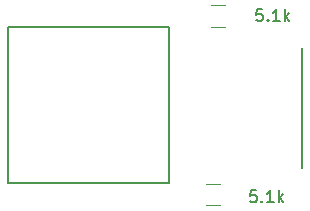
<source format=gbr>
G04 #@! TF.GenerationSoftware,KiCad,Pcbnew,5.0.2+dfsg1-1~bpo9+1*
G04 #@! TF.CreationDate,2019-09-16T10:21:19+01:00*
G04 #@! TF.ProjectId,usb_c_usb_a,7573625f-635f-4757-9362-5f612e6b6963,rev?*
G04 #@! TF.SameCoordinates,Original*
G04 #@! TF.FileFunction,Legend,Top*
G04 #@! TF.FilePolarity,Positive*
%FSLAX46Y46*%
G04 Gerber Fmt 4.6, Leading zero omitted, Abs format (unit mm)*
G04 Created by KiCad (PCBNEW 5.0.2+dfsg1-1~bpo9+1) date Mon 16 Sep 2019 10:21:19 BST*
%MOMM*%
%LPD*%
G01*
G04 APERTURE LIST*
%ADD10C,0.150000*%
%ADD11C,0.120000*%
G04 APERTURE END LIST*
D10*
G04 #@! TO.C,U1*
X175221900Y-56019700D02*
X175221900Y-66179700D01*
G04 #@! TO.C,J1*
X163963421Y-54298340D02*
X150379501Y-54298340D01*
X163963421Y-67506340D02*
X150379501Y-67506340D01*
X163963421Y-67506340D02*
X163963421Y-54298340D01*
X150379501Y-67506340D02*
X150379501Y-54298340D01*
D11*
G04 #@! TO.C,5.1k*
X167544336Y-52442700D02*
X168748464Y-52442700D01*
X167544336Y-54262700D02*
X168748464Y-54262700D01*
X167112536Y-69363000D02*
X168316664Y-69363000D01*
X167112536Y-67543000D02*
X168316664Y-67543000D01*
D10*
X171889847Y-52766980D02*
X171413657Y-52766980D01*
X171366038Y-53243171D01*
X171413657Y-53195552D01*
X171508895Y-53147933D01*
X171746990Y-53147933D01*
X171842228Y-53195552D01*
X171889847Y-53243171D01*
X171937466Y-53338409D01*
X171937466Y-53576504D01*
X171889847Y-53671742D01*
X171842228Y-53719361D01*
X171746990Y-53766980D01*
X171508895Y-53766980D01*
X171413657Y-53719361D01*
X171366038Y-53671742D01*
X172366038Y-53671742D02*
X172413657Y-53719361D01*
X172366038Y-53766980D01*
X172318419Y-53719361D01*
X172366038Y-53671742D01*
X172366038Y-53766980D01*
X173366038Y-53766980D02*
X172794609Y-53766980D01*
X173080323Y-53766980D02*
X173080323Y-52766980D01*
X172985085Y-52909838D01*
X172889847Y-53005076D01*
X172794609Y-53052695D01*
X173794609Y-53766980D02*
X173794609Y-52766980D01*
X173889847Y-53386028D02*
X174175561Y-53766980D01*
X174175561Y-53100314D02*
X173794609Y-53481266D01*
X171369147Y-68095880D02*
X170892957Y-68095880D01*
X170845338Y-68572071D01*
X170892957Y-68524452D01*
X170988195Y-68476833D01*
X171226290Y-68476833D01*
X171321528Y-68524452D01*
X171369147Y-68572071D01*
X171416766Y-68667309D01*
X171416766Y-68905404D01*
X171369147Y-69000642D01*
X171321528Y-69048261D01*
X171226290Y-69095880D01*
X170988195Y-69095880D01*
X170892957Y-69048261D01*
X170845338Y-69000642D01*
X171845338Y-69000642D02*
X171892957Y-69048261D01*
X171845338Y-69095880D01*
X171797719Y-69048261D01*
X171845338Y-69000642D01*
X171845338Y-69095880D01*
X172845338Y-69095880D02*
X172273909Y-69095880D01*
X172559623Y-69095880D02*
X172559623Y-68095880D01*
X172464385Y-68238738D01*
X172369147Y-68333976D01*
X172273909Y-68381595D01*
X173273909Y-69095880D02*
X173273909Y-68095880D01*
X173369147Y-68714928D02*
X173654861Y-69095880D01*
X173654861Y-68429214D02*
X173273909Y-68810166D01*
G04 #@! TD*
M02*

</source>
